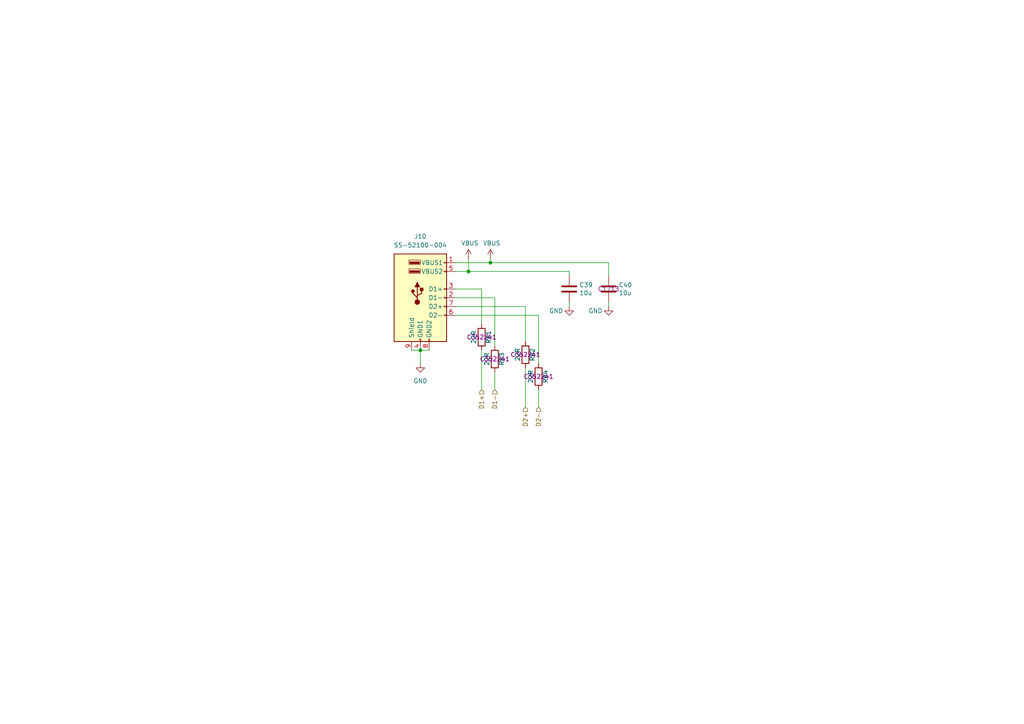
<source format=kicad_sch>
(kicad_sch (version 20250114) (generator "eeschema") (generator_version "9.0")
  (paper "A4")
  (title_block (title "${NAME}") (date "2025-04-24") (rev "${VERSION}") (company "Mikhail Matveev") (comment 1 "https://github.com/xtremespb/frank"))
  (lib_symbols
    (symbol "Connector:USB_A_Stacked" (pin_names (offset 1.016))
      (property "Reference" "J" (at 0 15.875 0))
      (property "Value" "USB_A_Stacked" (at 0 13.97 0))
      (symbol "USB_A_Stacked_0_1"
        (rectangle (start -7.62 12.7) (end 7.62 -12.7) (stroke (width 0.254)) (fill (type background)))
        (circle (center -2.159 1.905) (radius 0.381) (stroke (width 0.254)) (fill (type outline)))
        (polyline (pts (xy -1.524 3.175) (xy -0.254 3.175) (xy -0.889 4.445) (xy -1.524 3.175)) (stroke (width 0.254)) (fill (type outline)))
        (polyline (pts (xy -0.889 0) (xy -0.889 0.635) (xy 0.381 1.27) (xy 0.381 2.54)) (stroke (width 0.254)))
        (polyline (pts (xy -0.889 -0.635) (xy -0.889 0) (xy -2.159 1.27) (xy -2.159 1.905)) (stroke (width 0.254)))
        (circle (center -0.889 -1.27) (radius 0.635) (stroke (width 0.254)) (fill (type outline)))
        (rectangle (start -0.254 9.906) (end -3.048 10.414) (fill (type outline)))
        (rectangle (start -0.254 7.366) (end -3.048 7.874) (fill (type outline)))
        (rectangle (start -0.127 -12.7) (end 0.127 -11.938))
        (rectangle (start 0 9.652) (end -3.302 10.922))
        (rectangle (start 0 7.112) (end -3.302 8.382))
        (rectangle (start 0 2.794) (end 0.762 2.032) (stroke (width 0.254)) (fill (type outline)))
        (rectangle (start 2.413 -12.7) (end 2.667 -11.938))
        (rectangle (start 7.62 10.033) (end 6.858 10.287))
        (rectangle (start 7.62 7.493) (end 6.858 7.747))
        (rectangle (start 7.62 2.413) (end 6.858 2.667))
        (rectangle (start 7.62 -0.127) (end 6.858 0.127))
        (rectangle (start 7.62 -2.667) (end 6.858 -2.413))
        (rectangle (start 7.62 -5.207) (end 6.858 -4.953))
      )
      (symbol "USB_A_Stacked_1_1"
        (polyline (pts (xy -0.889 0.635) (xy -0.889 3.175)) (stroke (width 0.254)))
        (pin passive line (at -2.54 -15.24 90) (length 2.54) (name "Shield") (number "9"))
        (pin power_in line (at 0 -15.24 90) (length 2.54) (name "GND1") (number "4"))
        (pin power_in line (at 2.54 -15.24 90) (length 2.54) (name "GND2") (number "8"))
        (pin power_in line (at 10.16 10.16 180) (length 2.54) (name "VBUS1") (number "1"))
        (pin power_in line (at 10.16 7.62 180) (length 2.54) (name "VBUS2") (number "5"))
        (pin bidirectional line (at 10.16 2.54 180) (length 2.54) (name "D1+") (number "3"))
        (pin bidirectional line (at 10.16 0 180) (length 2.54) (name "D1-") (number "2"))
        (pin bidirectional line (at 10.16 -2.54 180) (length 2.54) (name "D2+") (number "7"))
        (pin bidirectional line (at 10.16 -5.08 180) (length 2.54) (name "D2-") (number "6"))
      )
    )
    (symbol "Device:C" (pin_numbers (hide yes)) (pin_names (offset 0.254))
      (property "Reference" "C" (at 0.635 2.54 0))
      (property "Value" "C" (at 0.635 -2.54 0))
      (symbol "C_0_1"
        (polyline (pts (xy -2.032 0.762) (xy 2.032 0.762)) (stroke (width 0.508)))
        (polyline (pts (xy -2.032 -0.762) (xy 2.032 -0.762)) (stroke (width 0.508)))
      )
      (symbol "C_1_1"
        (pin passive line (at 0 3.81 270) (length 2.794) (name "~") (number "1"))
        (pin passive line (at 0 -3.81 90) (length 2.794) (name "~") (number "2"))
      )
    )
    (symbol "Device:R" (pin_numbers (hide yes)) (pin_names (offset 0))
      (property "Reference" "R" (at 2.032 0 90))
      (property "Value" "R" (at 0 0 90))
      (symbol "R_0_1"
        (rectangle (start -1.016 -2.54) (end 1.016 2.54) (stroke (width 0.254)))
      )
      (symbol "R_1_1"
        (pin passive line (at 0 3.81 270) (length 1.27) (name "~") (number "1"))
        (pin passive line (at 0 -3.81 90) (length 1.27) (name "~") (number "2"))
      )
    )
    (symbol "GND_1" (power) (pin_numbers (hide yes)) (pin_names (offset 0) (hide yes))
      (property "Value" "GND" (at 0 -3.81 0))
      (symbol "GND_1_0_1"
        (polyline (pts (xy 0 0) (xy 0 -1.27) (xy 1.27 -1.27) (xy 0 -2.54) (xy -1.27 -1.27) (xy 0 -1.27)))
      )
      (symbol "GND_1_1_1"
        (pin power_in line (at 0 0 270) (length 0) (name "~") (number "1"))
      )
    )
    (symbol "GND_2" (power) (pin_numbers (hide yes)) (pin_names (offset 0) (hide yes))
      (property "Value" "GND" (at 0 -3.81 0))
      (symbol "GND_2_0_1"
        (polyline (pts (xy 0 0) (xy 0 -1.27) (xy 1.27 -1.27) (xy 0 -2.54) (xy -1.27 -1.27) (xy 0 -1.27)))
      )
      (symbol "GND_2_1_1"
        (pin power_in line (at 0 0 270) (length 0) (name "~") (number "1"))
      )
    )
    (symbol "VBUS_1" (power) (pin_numbers (hide yes)) (pin_names (offset 0) (hide yes))
      (property "Value" "VBUS" (at 0 3.556 0))
      (symbol "VBUS_1_0_1"
        (polyline (pts (xy -0.762 1.27) (xy 0 2.54)))
        (polyline (pts (xy 0 2.54) (xy 0.762 1.27)))
        (polyline (pts (xy 0 0) (xy 0 2.54)))
      )
      (symbol "VBUS_1_1_1"
        (pin power_in line (at 0 0 90) (length 0) (name "~") (number "1"))
      )
    )
    (symbol "power:GND" (power) (pin_numbers (hide yes)) (pin_names (offset 0) (hide yes))
      (property "Value" "GND" (at 0 -3.81 0))
      (symbol "GND_0_1"
        (polyline (pts (xy 0 0) (xy 0 -1.27) (xy 1.27 -1.27) (xy 0 -2.54) (xy -1.27 -1.27) (xy 0 -1.27)))
      )
      (symbol "GND_1_1"
        (pin power_in line (at 0 0 270) (length 0) (name "~") (number "1"))
      )
    )
    (symbol "power:VBUS" (power) (pin_numbers (hide yes)) (pin_names (offset 0) (hide yes))
      (property "Value" "VBUS" (at 0 3.556 0))
      (symbol "VBUS_0_1"
        (polyline (pts (xy -0.762 1.27) (xy 0 2.54)))
        (polyline (pts (xy 0 2.54) (xy 0.762 1.27)))
        (polyline (pts (xy 0 0) (xy 0 2.54)))
      )
      (symbol "VBUS_1_1"
        (pin power_in line (at 0 0 90) (length 0) (name "~") (number "1"))
      )
    )
  )
  (junction (at 142.24 76.2))
  (junction (at 135.89 78.74))
  (junction (at 121.92 101.6))
  (wire (pts (xy 142.24 74.93) (xy 142.24 76.2)))
  (wire (pts (xy 139.7 83.82) (xy 139.7 93.98)))
  (wire (pts (xy 132.08 91.44) (xy 156.21 91.44)))
  (wire (pts (xy 132.08 88.9) (xy 152.4 88.9)))
  (wire (pts (xy 135.89 78.74) (xy 165.1 78.74)))
  (wire (pts (xy 139.7 101.6) (xy 139.7 113.03)))
  (wire (pts (xy 165.1 87.63) (xy 165.1 88.9)))
  (wire (pts (xy 156.21 91.44) (xy 156.21 105.41)))
  (wire (pts (xy 176.53 87.63) (xy 176.53 88.9)))
  (wire (pts (xy 119.38 101.6) (xy 121.92 101.6)))
  (wire (pts (xy 143.51 86.36) (xy 143.51 100.33)))
  (wire (pts (xy 152.4 106.68) (xy 152.4 118.11)))
  (wire (pts (xy 165.1 78.74) (xy 165.1 80.01)))
  (wire (pts (xy 121.92 101.6) (xy 121.92 105.41)))
  (wire (pts (xy 132.08 86.36) (xy 143.51 86.36)))
  (wire (pts (xy 176.53 80.01) (xy 176.53 76.2)))
  (wire (pts (xy 156.21 113.03) (xy 156.21 118.11)))
  (wire (pts (xy 121.92 101.6) (xy 124.46 101.6)))
  (wire (pts (xy 135.89 74.93) (xy 135.89 78.74)))
  (wire (pts (xy 142.24 76.2) (xy 176.53 76.2)))
  (wire (pts (xy 132.08 78.74) (xy 135.89 78.74)))
  (wire (pts (xy 143.51 107.95) (xy 143.51 113.03)))
  (wire (pts (xy 132.08 76.2) (xy 142.24 76.2)))
  (wire (pts (xy 132.08 83.82) (xy 139.7 83.82)))
  (wire (pts (xy 152.4 88.9) (xy 152.4 99.06)))
  (hierarchical_label "D2+" (shape input) (at 152.4 118.11 270))
  (hierarchical_label "D1-" (shape input) (at 143.51 113.03 270))
  (hierarchical_label "D1+" (shape input) (at 139.7 113.03 270))
  (hierarchical_label "D2-" (shape input) (at 156.21 118.11 270))
  (symbol (lib_id "Connector:USB_A_Stacked") (at 121.92 86.36 0) (unit 1)
    (property "Reference" "J10" (at 121.92 68.58 0))
    (property "Value" "SS-52100-004" (at 121.92 71.12 0))
    (property "Footprint" "FRANK:USB Type A (stacked)" (effects (hide yes)))
    (property "Datasheet" "https://www.belfuse.com/resources/datasheets/stewartconnector/ds-stw-usb-2.0-and-3.0-connectors.pdf" (effects (hide yes)))
    (property "Description" "USB Type A connector, stacked" (effects (hide yes)))
    (property "AliExpress" "https://www.aliexpress.com/item/1005007077769791.html" (effects (hide yes)))
  )
  (symbol (lib_id "Device:C") (at 165.1 83.82 0) (unit 1)
    (property "Reference" "C39" (at 168.021 82.6516 0) (effects (justify left)))
    (property "Value" "10u" (at 168.021 84.963 0) (effects (justify left)))
    (property "Footprint" "FRANK:Capacitor (0805)" (effects (hide yes)))
    (property "Datasheet" "https://eu.mouser.com/datasheet/2/447/KEM_C1075_X7R_HT_SMD-3316221.pdf" (effects (hide yes)))
    (property "AliExpress" "https://www.aliexpress.com/item/33008008276.html" (effects (hide yes)))
    (property "LCSC" "C1713" (effects (hide yes)))
  )
  (symbol (lib_id "Device:R") (at 143.51 104.14 0) (mirror x) (unit 1)
    (property "Reference" "R63" (at 145.542 104.14 90))
    (property "Value" "22R" (at 141.224 104.14 90))
    (property "Footprint" "FRANK:Resistor (0805)" (effects (hide yes)))
    (property "Datasheet" "https://www.vishay.com/docs/28952/mcs0402at-mct0603at-mcu0805at-mca1206at.pdf" (effects (hide yes)))
    (property "AliExpress" "https://www.aliexpress.com/item/1005005945735199.html" (effects (hide yes)))
    (property "LCSC" "C352241" (at 143.51 104.14 0))
  )
  (symbol (lib_id "Device:C") (at 176.53 83.82 0) (unit 1)
    (property "Reference" "C40" (at 179.451 82.6516 0) (effects (justify left)))
    (property "Value" "10u" (at 179.451 84.963 0) (effects (justify left)))
    (property "Footprint" "FRANK:Capacitor (0805)" (effects (hide yes)))
    (property "Datasheet" "https://eu.mouser.com/datasheet/2/447/KEM_C1075_X7R_HT_SMD-3316221.pdf" (effects (hide yes)))
    (property "AliExpress" "https://www.aliexpress.com/item/33008008276.html" (effects (hide yes)))
    (property "LCSC" "C1713" (at 176.53 83.82 0))
  )
  (symbol (lib_name "VBUS_1") (lib_id "power:VBUS") (at 135.89 74.93 0) (unit 1)
    (property "Reference" "#PWR098" (effects (hide yes)))
    (property "Value" "VBUS" (at 136.271 70.5358 0))
    (property "Description" "Power symbol creates a global label with name \"VBUS\"" (effects (hide yes)))
  )
  (symbol (lib_id "power:GND") (at 165.1 88.9 0) (unit 1)
    (property "Reference" "#PWR0100" (effects (hide yes)))
    (property "Value" "GND" (at 161.29 90.17 0))
    (property "Description" "Power symbol creates a global label with name \"GND\" , ground" (effects (hide yes)))
  )
  (symbol (lib_id "Device:R") (at 152.4 102.87 0) (mirror x) (unit 1)
    (property "Reference" "R62" (at 154.432 102.87 90))
    (property "Value" "22R" (at 150.114 102.87 90))
    (property "Footprint" "FRANK:Resistor (0805)" (effects (hide yes)))
    (property "Datasheet" "https://www.vishay.com/docs/28952/mcs0402at-mct0603at-mcu0805at-mca1206at.pdf" (effects (hide yes)))
    (property "AliExpress" "https://www.aliexpress.com/item/1005005945735199.html" (effects (hide yes)))
    (property "LCSC" "C352241" (at 152.4 102.87 0))
  )
  (symbol (lib_name "GND_2") (lib_id "power:GND") (at 176.53 88.9 0) (unit 1)
    (property "Reference" "#PWR0101" (effects (hide yes)))
    (property "Value" "GND" (at 172.72 90.17 0))
    (property "Description" "Power symbol creates a global label with name \"GND\" , ground" (effects (hide yes)))
  )
  (symbol (lib_id "Device:R") (at 139.7 97.79 0) (mirror x) (unit 1)
    (property "Reference" "R61" (at 141.732 97.79 90))
    (property "Value" "22R" (at 137.414 97.79 90))
    (property "Footprint" "FRANK:Resistor (0805)" (effects (hide yes)))
    (property "Datasheet" "https://www.vishay.com/docs/28952/mcs0402at-mct0603at-mcu0805at-mca1206at.pdf" (effects (hide yes)))
    (property "AliExpress" "https://www.aliexpress.com/item/1005005945735199.html" (effects (hide yes)))
    (property "LCSC" "C352241" (at 139.7 97.79 0))
  )
  (symbol (lib_id "power:VBUS") (at 142.24 74.93 0) (unit 1)
    (property "Reference" "#PWR099" (effects (hide yes)))
    (property "Value" "VBUS" (at 142.621 70.5358 0))
    (property "Description" "Power symbol creates a global label with name \"VBUS\"" (effects (hide yes)))
  )
  (symbol (lib_name "GND_1") (lib_id "power:GND") (at 121.92 105.41 0) (unit 1)
    (property "Reference" "#PWR0102" (effects (hide yes)))
    (property "Value" "GND" (at 121.92 110.49 0))
    (property "Description" "Power symbol creates a global label with name \"GND\" , ground" (effects (hide yes)))
  )
  (symbol (lib_id "Device:R") (at 156.21 109.22 0) (mirror x) (unit 1)
    (property "Reference" "R64" (at 158.242 109.22 90))
    (property "Value" "22R" (at 153.924 109.22 90))
    (property "Footprint" "FRANK:Resistor (0805)" (effects (hide yes)))
    (property "Datasheet" "https://www.vishay.com/docs/28952/mcs0402at-mct0603at-mcu0805at-mca1206at.pdf" (effects (hide yes)))
    (property "AliExpress" "https://www.aliexpress.com/item/1005005945735199.html" (effects (hide yes)))
    (property "LCSC" "C352241" (at 156.21 109.22 0))
  )
)
</source>
